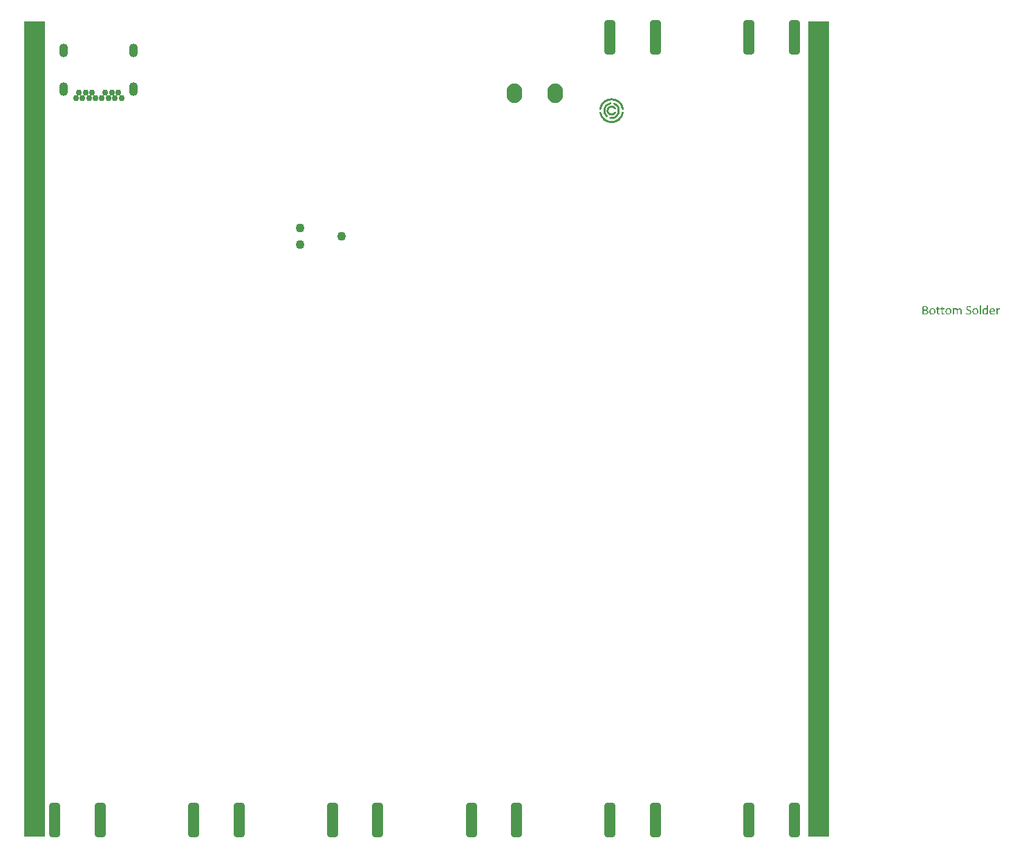
<source format=gbs>
G04*
G04 #@! TF.GenerationSoftware,Altium Limited,Altium Designer,21.2.2 (38)*
G04*
G04 Layer_Color=16711935*
%FSLAX44Y44*%
%MOMM*%
G71*
G04*
G04 #@! TF.SameCoordinates,2A35CB41-4F08-4B63-A201-FD04A52A5515*
G04*
G04*
G04 #@! TF.FilePolarity,Negative*
G04*
G01*
G75*
%ADD11C,0.2286*%
%ADD83R,2.5000X100.0000*%
%ADD97C,0.2540*%
%ADD125C,0.2794*%
G04:AMPARAMS|DCode=142|XSize=1.35mm|YSize=4.2mm|CornerRadius=0.3mm|HoleSize=0mm|Usage=FLASHONLY|Rotation=0.000|XOffset=0mm|YOffset=0mm|HoleType=Round|Shape=RoundedRectangle|*
%AMROUNDEDRECTD142*
21,1,1.3500,3.6000,0,0,0.0*
21,1,0.7500,4.2000,0,0,0.0*
1,1,0.6000,0.3750,-1.8000*
1,1,0.6000,-0.3750,-1.8000*
1,1,0.6000,-0.3750,1.8000*
1,1,0.6000,0.3750,1.8000*
%
%ADD142ROUNDEDRECTD142*%
%ADD180O,1.1000X1.7000*%
%ADD181C,0.7500*%
%ADD182O,1.9000X2.4000*%
%ADD183C,1.1000*%
G36*
X1156994Y650610D02*
X1157235Y650573D01*
X1157253D01*
X1157290Y650555D01*
X1157364D01*
X1157457Y650536D01*
X1157661Y650480D01*
X1157883Y650406D01*
X1157901D01*
X1157939Y650388D01*
X1157994Y650369D01*
X1158068Y650351D01*
X1158253Y650277D01*
X1158438Y650184D01*
X1158457D01*
X1158475Y650166D01*
X1158568Y650129D01*
X1158679Y650054D01*
X1158753Y649999D01*
X1158772Y649980D01*
X1158790Y649962D01*
X1158827Y649906D01*
X1158846Y649869D01*
X1158864Y649851D01*
X1158901Y649758D01*
Y649740D01*
X1158920Y649703D01*
Y649592D01*
Y649573D01*
X1158938Y649536D01*
Y649444D01*
Y649351D01*
Y649332D01*
Y649258D01*
Y649184D01*
X1158920Y649092D01*
Y649073D01*
X1158901Y649018D01*
X1158883Y648888D01*
Y648869D01*
X1158864Y648851D01*
X1158809Y648777D01*
X1158790D01*
X1158716Y648758D01*
X1158698D01*
X1158642Y648777D01*
X1158568Y648814D01*
X1158438Y648869D01*
X1158401Y648888D01*
X1158309Y648943D01*
X1158161Y649018D01*
X1157975Y649110D01*
X1157957D01*
X1157939Y649129D01*
X1157883Y649166D01*
X1157809Y649203D01*
X1157605Y649277D01*
X1157346Y649369D01*
X1157327D01*
X1157290Y649388D01*
X1157198Y649406D01*
X1157105Y649444D01*
X1156976Y649462D01*
X1156846Y649481D01*
X1156513Y649499D01*
X1156365D01*
X1156253Y649481D01*
X1156013Y649444D01*
X1155753Y649369D01*
X1155735D01*
X1155698Y649351D01*
X1155642Y649332D01*
X1155568Y649295D01*
X1155402Y649184D01*
X1155235Y649055D01*
X1155198Y649018D01*
X1155124Y648925D01*
X1155013Y648795D01*
X1154920Y648610D01*
Y648592D01*
X1154902Y648573D01*
X1154883Y648518D01*
Y648444D01*
X1154846Y648258D01*
X1154828Y648055D01*
Y648036D01*
Y647981D01*
X1154846Y647907D01*
Y647795D01*
X1154902Y647555D01*
X1155013Y647314D01*
X1155031Y647296D01*
X1155050Y647259D01*
X1155087Y647203D01*
X1155161Y647129D01*
X1155328Y646944D01*
X1155550Y646758D01*
X1155568Y646740D01*
X1155605Y646721D01*
X1155679Y646666D01*
X1155772Y646610D01*
X1155883Y646536D01*
X1156013Y646462D01*
X1156309Y646314D01*
X1156328D01*
X1156383Y646277D01*
X1156476Y646240D01*
X1156568Y646203D01*
X1156698Y646148D01*
X1156846Y646073D01*
X1157161Y645925D01*
X1157179D01*
X1157235Y645888D01*
X1157327Y645851D01*
X1157439Y645796D01*
X1157568Y645722D01*
X1157716Y645648D01*
X1158031Y645462D01*
X1158050Y645444D01*
X1158105Y645425D01*
X1158179Y645370D01*
X1158290Y645296D01*
X1158531Y645111D01*
X1158790Y644888D01*
X1158809Y644870D01*
X1158846Y644833D01*
X1158901Y644759D01*
X1158975Y644666D01*
X1159068Y644555D01*
X1159161Y644426D01*
X1159327Y644111D01*
X1159346Y644092D01*
X1159364Y644037D01*
X1159401Y643944D01*
X1159438Y643814D01*
X1159475Y643648D01*
X1159494Y643463D01*
X1159531Y643259D01*
Y643037D01*
Y643000D01*
Y642907D01*
X1159512Y642777D01*
X1159494Y642611D01*
X1159457Y642407D01*
X1159420Y642185D01*
X1159346Y641963D01*
X1159253Y641741D01*
X1159235Y641722D01*
X1159198Y641648D01*
X1159142Y641537D01*
X1159068Y641407D01*
X1158957Y641259D01*
X1158827Y641093D01*
X1158679Y640944D01*
X1158512Y640778D01*
X1158494Y640759D01*
X1158420Y640722D01*
X1158327Y640648D01*
X1158198Y640555D01*
X1158031Y640463D01*
X1157827Y640370D01*
X1157624Y640278D01*
X1157383Y640185D01*
X1157346D01*
X1157272Y640148D01*
X1157142Y640130D01*
X1156976Y640093D01*
X1156772Y640055D01*
X1156531Y640037D01*
X1156272Y640000D01*
X1155809D01*
X1155679Y640018D01*
X1155531D01*
X1155365Y640037D01*
X1155031Y640093D01*
X1155013D01*
X1154957Y640111D01*
X1154865Y640130D01*
X1154772Y640148D01*
X1154513Y640204D01*
X1154235Y640296D01*
X1154217D01*
X1154180Y640315D01*
X1154124Y640352D01*
X1154031Y640370D01*
X1153846Y640463D01*
X1153661Y640555D01*
X1153643D01*
X1153624Y640574D01*
X1153531Y640648D01*
X1153420Y640722D01*
X1153328Y640796D01*
X1153309Y640815D01*
X1153272Y640870D01*
X1153235Y640944D01*
X1153198Y641037D01*
Y641074D01*
X1153180Y641148D01*
X1153161Y641278D01*
Y641444D01*
Y641481D01*
Y641537D01*
Y641629D01*
Y641722D01*
Y641741D01*
X1153180Y641796D01*
X1153198Y641852D01*
X1153217Y641907D01*
Y641926D01*
X1153235Y641944D01*
X1153291Y642018D01*
X1153309D01*
X1153328Y642037D01*
X1153402Y642055D01*
X1153420D01*
X1153476Y642037D01*
X1153587Y642000D01*
X1153717Y641907D01*
X1153735D01*
X1153754Y641889D01*
X1153865Y641815D01*
X1154013Y641722D01*
X1154235Y641611D01*
X1154254D01*
X1154291Y641592D01*
X1154365Y641555D01*
X1154457Y641518D01*
X1154568Y641481D01*
X1154698Y641426D01*
X1155013Y641315D01*
X1155031D01*
X1155087Y641296D01*
X1155198Y641278D01*
X1155328Y641259D01*
X1155476Y641222D01*
X1155661Y641204D01*
X1155846Y641185D01*
X1156235D01*
X1156346Y641204D01*
X1156605Y641241D01*
X1156883Y641296D01*
X1156901D01*
X1156939Y641315D01*
X1157013Y641352D01*
X1157105Y641389D01*
X1157309Y641481D01*
X1157513Y641629D01*
X1157531Y641648D01*
X1157568Y641666D01*
X1157679Y641778D01*
X1157809Y641944D01*
X1157939Y642166D01*
Y642185D01*
X1157957Y642222D01*
X1157994Y642296D01*
X1158012Y642370D01*
X1158050Y642481D01*
X1158068Y642611D01*
X1158087Y642889D01*
Y642907D01*
Y642963D01*
X1158068Y643055D01*
Y643148D01*
X1157994Y643389D01*
X1157957Y643518D01*
X1157883Y643648D01*
Y643666D01*
X1157846Y643703D01*
X1157809Y643759D01*
X1157735Y643833D01*
X1157568Y644000D01*
X1157346Y644185D01*
X1157327Y644203D01*
X1157290Y644222D01*
X1157216Y644277D01*
X1157142Y644333D01*
X1157031Y644388D01*
X1156901Y644463D01*
X1156605Y644611D01*
X1156587Y644629D01*
X1156531Y644648D01*
X1156439Y644685D01*
X1156346Y644740D01*
X1156198Y644796D01*
X1156068Y644870D01*
X1155735Y645018D01*
X1155716Y645036D01*
X1155661Y645055D01*
X1155587Y645092D01*
X1155476Y645148D01*
X1155346Y645222D01*
X1155198Y645296D01*
X1154883Y645462D01*
X1154865Y645481D01*
X1154809Y645518D01*
X1154735Y645555D01*
X1154642Y645629D01*
X1154402Y645814D01*
X1154143Y646055D01*
X1154124Y646073D01*
X1154087Y646111D01*
X1154031Y646184D01*
X1153957Y646277D01*
X1153883Y646388D01*
X1153791Y646518D01*
X1153624Y646833D01*
Y646851D01*
X1153587Y646907D01*
X1153568Y647018D01*
X1153531Y647147D01*
X1153494Y647296D01*
X1153457Y647481D01*
X1153439Y647703D01*
X1153420Y647925D01*
Y647962D01*
Y648036D01*
X1153439Y648166D01*
X1153457Y648314D01*
X1153476Y648499D01*
X1153513Y648684D01*
X1153568Y648888D01*
X1153643Y649073D01*
X1153661Y649092D01*
X1153680Y649166D01*
X1153735Y649258D01*
X1153809Y649369D01*
X1153902Y649518D01*
X1154013Y649647D01*
X1154291Y649925D01*
X1154309Y649943D01*
X1154365Y649980D01*
X1154457Y650054D01*
X1154568Y650129D01*
X1154717Y650203D01*
X1154902Y650295D01*
X1155087Y650388D01*
X1155291Y650462D01*
X1155309D01*
X1155402Y650499D01*
X1155513Y650517D01*
X1155679Y650555D01*
X1155865Y650592D01*
X1156068Y650610D01*
X1156309Y650647D01*
X1156772D01*
X1156994Y650610D01*
D02*
G37*
G36*
X1179455Y651240D02*
X1179566Y651221D01*
X1179584D01*
X1179640Y651203D01*
X1179714Y651184D01*
X1179770Y651165D01*
X1179788D01*
X1179807Y651147D01*
X1179881Y651092D01*
X1179899Y651073D01*
X1179918Y650999D01*
Y640333D01*
Y640315D01*
Y640296D01*
X1179881Y640204D01*
X1179862Y640185D01*
X1179770Y640148D01*
X1179751D01*
X1179733Y640130D01*
X1179677D01*
X1179603Y640111D01*
X1179529D01*
X1179436Y640093D01*
X1179140D01*
X1179047Y640111D01*
X1179029D01*
X1178992Y640130D01*
X1178862Y640148D01*
X1178844D01*
X1178825Y640167D01*
X1178751Y640222D01*
Y640241D01*
Y640259D01*
X1178733Y640333D01*
Y641296D01*
X1178714Y641278D01*
X1178640Y641204D01*
X1178510Y641093D01*
X1178362Y640944D01*
X1178196Y640796D01*
X1177992Y640630D01*
X1177770Y640481D01*
X1177548Y640333D01*
X1177529Y640315D01*
X1177436Y640278D01*
X1177325Y640222D01*
X1177159Y640167D01*
X1176955Y640111D01*
X1176733Y640056D01*
X1176474Y640018D01*
X1176214Y640000D01*
X1176085D01*
X1175937Y640018D01*
X1175751Y640037D01*
X1175529Y640074D01*
X1175307Y640130D01*
X1175066Y640204D01*
X1174844Y640296D01*
X1174826Y640315D01*
X1174752Y640352D01*
X1174659Y640426D01*
X1174529Y640518D01*
X1174381Y640630D01*
X1174233Y640778D01*
X1174085Y640944D01*
X1173937Y641130D01*
X1173918Y641148D01*
X1173881Y641222D01*
X1173826Y641333D01*
X1173752Y641481D01*
X1173678Y641648D01*
X1173585Y641870D01*
X1173511Y642092D01*
X1173437Y642352D01*
Y642389D01*
X1173418Y642481D01*
X1173400Y642629D01*
X1173363Y642814D01*
X1173344Y643037D01*
X1173307Y643296D01*
X1173289Y643555D01*
Y643851D01*
Y643870D01*
Y643888D01*
Y644000D01*
X1173307Y644185D01*
Y644407D01*
X1173326Y644666D01*
X1173363Y644944D01*
X1173474Y645518D01*
X1173492Y645555D01*
X1173511Y645648D01*
X1173567Y645777D01*
X1173622Y645962D01*
X1173715Y646166D01*
X1173807Y646370D01*
X1173937Y646592D01*
X1174066Y646796D01*
X1174085Y646814D01*
X1174140Y646888D01*
X1174214Y646981D01*
X1174326Y647092D01*
X1174474Y647240D01*
X1174640Y647370D01*
X1174826Y647499D01*
X1175029Y647610D01*
X1175048Y647629D01*
X1175140Y647666D01*
X1175251Y647703D01*
X1175418Y647758D01*
X1175622Y647814D01*
X1175844Y647870D01*
X1176103Y647888D01*
X1176381Y647907D01*
X1176492D01*
X1176603Y647888D01*
X1176770Y647870D01*
X1176936Y647832D01*
X1177140Y647795D01*
X1177325Y647721D01*
X1177529Y647629D01*
X1177548Y647610D01*
X1177622Y647573D01*
X1177733Y647518D01*
X1177862Y647425D01*
X1178029Y647314D01*
X1178196Y647166D01*
X1178399Y646999D01*
X1178585Y646814D01*
Y650999D01*
Y651017D01*
Y651036D01*
X1178603Y651092D01*
Y651110D01*
X1178640Y651128D01*
X1178714Y651165D01*
X1178733D01*
X1178770Y651184D01*
X1178825Y651203D01*
X1178918Y651221D01*
X1178936D01*
X1179010Y651240D01*
X1179103Y651258D01*
X1179344D01*
X1179455Y651240D01*
D02*
G37*
G36*
X1193898Y647888D02*
X1193916D01*
X1193972Y647870D01*
X1194064Y647851D01*
X1194157Y647832D01*
X1194175D01*
X1194249Y647814D01*
X1194324Y647795D01*
X1194416Y647758D01*
X1194435D01*
X1194490Y647740D01*
X1194546Y647721D01*
X1194583Y647684D01*
X1194601D01*
X1194620Y647666D01*
X1194657Y647610D01*
X1194675Y647592D01*
Y647518D01*
Y647499D01*
X1194694Y647481D01*
Y647425D01*
Y647351D01*
Y647333D01*
X1194712Y647277D01*
Y647203D01*
Y647073D01*
Y647036D01*
Y646962D01*
Y646870D01*
X1194694Y646777D01*
Y646759D01*
Y646721D01*
X1194657Y646592D01*
Y646573D01*
X1194638Y646555D01*
X1194601Y646481D01*
X1194583Y646462D01*
X1194509Y646444D01*
X1194453D01*
X1194342Y646481D01*
X1194324D01*
X1194286Y646499D01*
X1194212Y646536D01*
X1194138Y646555D01*
X1194120D01*
X1194064Y646573D01*
X1193990Y646610D01*
X1193879Y646629D01*
X1193861D01*
X1193787Y646647D01*
X1193676Y646666D01*
X1193527D01*
X1193435Y646647D01*
X1193324Y646629D01*
X1193176Y646573D01*
X1193139Y646555D01*
X1193064Y646518D01*
X1192935Y646425D01*
X1192768Y646314D01*
X1192731Y646277D01*
X1192639Y646185D01*
X1192490Y646018D01*
X1192324Y645814D01*
X1192305Y645796D01*
X1192287Y645759D01*
X1192231Y645703D01*
X1192176Y645611D01*
X1192102Y645499D01*
X1192028Y645370D01*
X1191824Y645074D01*
Y640333D01*
Y640315D01*
Y640296D01*
X1191787Y640222D01*
X1191768Y640204D01*
X1191676Y640148D01*
X1191657D01*
X1191620Y640130D01*
X1191565D01*
X1191472Y640111D01*
X1191398D01*
X1191287Y640093D01*
X1190935D01*
X1190824Y640111D01*
X1190805D01*
X1190768Y640130D01*
X1190639Y640148D01*
X1190620D01*
X1190602Y640167D01*
X1190528Y640222D01*
Y640259D01*
X1190509Y640333D01*
Y647536D01*
Y647555D01*
Y647573D01*
X1190528Y647647D01*
X1190546Y647666D01*
X1190583Y647703D01*
X1190620Y647721D01*
X1190639D01*
X1190676Y647740D01*
X1190731Y647758D01*
X1190805Y647777D01*
X1190824D01*
X1190880Y647795D01*
X1191287D01*
X1191379Y647777D01*
X1191398D01*
X1191453Y647758D01*
X1191509Y647740D01*
X1191565Y647721D01*
X1191583D01*
X1191602Y647703D01*
X1191639Y647684D01*
X1191657Y647647D01*
X1191676Y647629D01*
X1191694Y647536D01*
Y646481D01*
X1191713Y646499D01*
X1191750Y646555D01*
X1191805Y646629D01*
X1191879Y646740D01*
X1192046Y646962D01*
X1192250Y647185D01*
X1192268Y647203D01*
X1192287Y647240D01*
X1192416Y647351D01*
X1192564Y647481D01*
X1192731Y647610D01*
X1192750D01*
X1192768Y647629D01*
X1192879Y647703D01*
X1193027Y647777D01*
X1193194Y647832D01*
X1193213D01*
X1193231Y647851D01*
X1193342Y647870D01*
X1193490Y647888D01*
X1193657Y647907D01*
X1193805D01*
X1193898Y647888D01*
D02*
G37*
G36*
X1145458Y647888D02*
X1145625Y647869D01*
X1145810Y647851D01*
X1146014Y647795D01*
X1146199Y647740D01*
X1146384Y647647D01*
X1146403Y647629D01*
X1146458Y647610D01*
X1146551Y647555D01*
X1146662Y647481D01*
X1146773Y647388D01*
X1146903Y647277D01*
X1147032Y647147D01*
X1147143Y646999D01*
X1147162Y646981D01*
X1147199Y646925D01*
X1147236Y646833D01*
X1147310Y646721D01*
X1147384Y646592D01*
X1147439Y646425D01*
X1147514Y646240D01*
X1147569Y646036D01*
Y646018D01*
X1147588Y645944D01*
X1147606Y645833D01*
X1147643Y645685D01*
X1147662Y645518D01*
X1147680Y645333D01*
X1147699Y644888D01*
Y640333D01*
Y640315D01*
Y640296D01*
X1147662Y640222D01*
X1147643Y640204D01*
X1147551Y640148D01*
X1147532D01*
X1147495Y640130D01*
X1147439D01*
X1147347Y640111D01*
X1147254D01*
X1147162Y640093D01*
X1146810D01*
X1146699Y640111D01*
X1146680D01*
X1146625Y640130D01*
X1146551D01*
X1146495Y640148D01*
X1146477D01*
X1146458Y640167D01*
X1146384Y640222D01*
Y640259D01*
X1146366Y640333D01*
Y644703D01*
Y644722D01*
Y644777D01*
Y644870D01*
X1146347Y644981D01*
X1146329Y645259D01*
X1146273Y645536D01*
Y645555D01*
X1146255Y645611D01*
X1146236Y645666D01*
X1146217Y645759D01*
X1146125Y645981D01*
X1146014Y646184D01*
Y646203D01*
X1145977Y646240D01*
X1145903Y646351D01*
X1145754Y646481D01*
X1145569Y646610D01*
X1145551D01*
X1145514Y646629D01*
X1145458Y646666D01*
X1145384Y646684D01*
X1145181Y646740D01*
X1144940Y646758D01*
X1144866D01*
X1144773Y646740D01*
X1144643Y646721D01*
X1144514Y646666D01*
X1144347Y646610D01*
X1144181Y646518D01*
X1144014Y646388D01*
X1143996Y646370D01*
X1143940Y646333D01*
X1143847Y646240D01*
X1143718Y646129D01*
X1143570Y645981D01*
X1143403Y645814D01*
X1143218Y645611D01*
X1143014Y645370D01*
Y640333D01*
Y640315D01*
Y640296D01*
X1142977Y640222D01*
X1142959Y640204D01*
X1142866Y640148D01*
X1142847D01*
X1142810Y640130D01*
X1142755D01*
X1142662Y640111D01*
X1142570D01*
X1142477Y640093D01*
X1142144D01*
X1142033Y640111D01*
X1142014D01*
X1141959Y640130D01*
X1141885D01*
X1141829Y640148D01*
X1141811D01*
X1141792Y640167D01*
X1141718Y640222D01*
Y640259D01*
X1141699Y640333D01*
Y644703D01*
Y644722D01*
Y644777D01*
Y644870D01*
X1141681Y644981D01*
X1141662Y645259D01*
X1141607Y645536D01*
Y645555D01*
X1141588Y645611D01*
X1141570Y645666D01*
X1141533Y645759D01*
X1141459Y645981D01*
X1141329Y646184D01*
Y646203D01*
X1141292Y646240D01*
X1141218Y646351D01*
X1141070Y646481D01*
X1140885Y646610D01*
X1140866D01*
X1140848Y646629D01*
X1140792Y646666D01*
X1140718Y646684D01*
X1140514Y646740D01*
X1140255Y646758D01*
X1140181D01*
X1140088Y646740D01*
X1139959Y646721D01*
X1139829Y646666D01*
X1139663Y646610D01*
X1139496Y646518D01*
X1139329Y646388D01*
X1139311Y646370D01*
X1139255Y646333D01*
X1139163Y646240D01*
X1139033Y646129D01*
X1138885Y645981D01*
X1138718Y645814D01*
X1138533Y645611D01*
X1138329Y645370D01*
Y640333D01*
Y640315D01*
Y640296D01*
X1138292Y640222D01*
X1138274Y640204D01*
X1138181Y640148D01*
X1138163D01*
X1138126Y640130D01*
X1138070D01*
X1137978Y640111D01*
X1137904D01*
X1137792Y640093D01*
X1137441D01*
X1137329Y640111D01*
X1137311D01*
X1137274Y640130D01*
X1137144Y640148D01*
X1137126D01*
X1137107Y640167D01*
X1137033Y640222D01*
Y640259D01*
X1137015Y640333D01*
Y647536D01*
Y647555D01*
Y647573D01*
X1137033Y647647D01*
X1137052Y647666D01*
X1137089Y647703D01*
X1137126Y647721D01*
X1137144D01*
X1137181Y647740D01*
X1137237Y647758D01*
X1137311Y647777D01*
X1137329D01*
X1137385Y647795D01*
X1137792D01*
X1137885Y647777D01*
X1137904D01*
X1137959Y647758D01*
X1138015Y647740D01*
X1138070Y647721D01*
X1138089D01*
X1138107Y647703D01*
X1138144Y647684D01*
X1138163Y647647D01*
X1138181Y647629D01*
X1138200Y647536D01*
Y646592D01*
X1138218Y646629D01*
X1138311Y646703D01*
X1138422Y646814D01*
X1138570Y646962D01*
X1138737Y647129D01*
X1138940Y647296D01*
X1139144Y647444D01*
X1139366Y647573D01*
X1139385Y647592D01*
X1139459Y647629D01*
X1139588Y647684D01*
X1139737Y647740D01*
X1139903Y647795D01*
X1140107Y647851D01*
X1140311Y647888D01*
X1140533Y647907D01*
X1140699D01*
X1140792Y647888D01*
X1141051Y647869D01*
X1141329Y647795D01*
X1141348D01*
X1141385Y647777D01*
X1141459Y647758D01*
X1141551Y647721D01*
X1141755Y647629D01*
X1141959Y647499D01*
X1141977D01*
X1142014Y647462D01*
X1142125Y647370D01*
X1142273Y647240D01*
X1142421Y647055D01*
X1142440Y647036D01*
X1142459Y647018D01*
X1142496Y646962D01*
X1142533Y646888D01*
X1142644Y646703D01*
X1142755Y646481D01*
X1142773Y646499D01*
X1142810Y646555D01*
X1142885Y646610D01*
X1142977Y646703D01*
X1143181Y646925D01*
X1143421Y647129D01*
X1143440Y647147D01*
X1143477Y647184D01*
X1143551Y647222D01*
X1143625Y647296D01*
X1143829Y647425D01*
X1144051Y647573D01*
X1144070D01*
X1144107Y647610D01*
X1144162Y647629D01*
X1144236Y647666D01*
X1144440Y647740D01*
X1144643Y647814D01*
X1144662D01*
X1144699Y647832D01*
X1144755Y647851D01*
X1144829Y647869D01*
X1144995Y647888D01*
X1145218Y647907D01*
X1145329D01*
X1145458Y647888D01*
D02*
G37*
G36*
X1103407Y650480D02*
X1103648Y650462D01*
X1103907Y650425D01*
X1104148Y650369D01*
X1104388Y650314D01*
X1104407D01*
X1104481Y650277D01*
X1104592Y650240D01*
X1104740Y650184D01*
X1105055Y650017D01*
X1105222Y649906D01*
X1105370Y649795D01*
X1105388Y649777D01*
X1105444Y649740D01*
X1105518Y649666D01*
X1105592Y649573D01*
X1105703Y649444D01*
X1105796Y649295D01*
X1105888Y649147D01*
X1105981Y648962D01*
X1105999Y648943D01*
X1106018Y648869D01*
X1106055Y648777D01*
X1106092Y648647D01*
X1106129Y648481D01*
X1106148Y648295D01*
X1106185Y648092D01*
Y647869D01*
Y647851D01*
Y647814D01*
Y647740D01*
X1106166Y647647D01*
X1106148Y647425D01*
X1106092Y647166D01*
Y647147D01*
X1106074Y647110D01*
X1106055Y647036D01*
X1106018Y646962D01*
X1105944Y646758D01*
X1105814Y646536D01*
Y646518D01*
X1105777Y646499D01*
X1105703Y646370D01*
X1105574Y646203D01*
X1105388Y646036D01*
X1105370D01*
X1105351Y645999D01*
X1105296Y645962D01*
X1105222Y645907D01*
X1105036Y645796D01*
X1104796Y645666D01*
X1104814D01*
X1104870Y645648D01*
X1104944Y645629D01*
X1105055Y645611D01*
X1105314Y645518D01*
X1105592Y645370D01*
X1105611D01*
X1105648Y645333D01*
X1105722Y645296D01*
X1105814Y645222D01*
X1106018Y645055D01*
X1106222Y644833D01*
X1106240Y644814D01*
X1106277Y644777D01*
X1106314Y644703D01*
X1106388Y644611D01*
X1106444Y644500D01*
X1106518Y644370D01*
X1106666Y644055D01*
Y644037D01*
X1106684Y643981D01*
X1106721Y643888D01*
X1106759Y643777D01*
X1106777Y643629D01*
X1106814Y643481D01*
X1106833Y643111D01*
Y643092D01*
Y643018D01*
Y642926D01*
X1106814Y642814D01*
X1106796Y642666D01*
X1106777Y642518D01*
X1106703Y642204D01*
Y642185D01*
X1106684Y642129D01*
X1106647Y642055D01*
X1106610Y641963D01*
X1106499Y641722D01*
X1106351Y641463D01*
X1106333Y641444D01*
X1106314Y641407D01*
X1106259Y641352D01*
X1106203Y641259D01*
X1106036Y641074D01*
X1105814Y640889D01*
X1105796Y640870D01*
X1105759Y640852D01*
X1105685Y640796D01*
X1105611Y640741D01*
X1105499Y640685D01*
X1105370Y640611D01*
X1105092Y640481D01*
X1105074D01*
X1105018Y640463D01*
X1104944Y640426D01*
X1104833Y640389D01*
X1104722Y640352D01*
X1104574Y640296D01*
X1104240Y640222D01*
X1104222D01*
X1104166Y640204D01*
X1104074D01*
X1103944Y640185D01*
X1103796Y640167D01*
X1103611D01*
X1103426Y640148D01*
X1100463D01*
X1100389Y640167D01*
X1100278Y640204D01*
X1100148Y640259D01*
X1100130Y640278D01*
X1100074Y640370D01*
X1100018Y640500D01*
X1100000Y640704D01*
Y649925D01*
Y649943D01*
Y649980D01*
X1100018Y650091D01*
X1100056Y650240D01*
X1100148Y650369D01*
X1100185Y650388D01*
X1100259Y650443D01*
X1100370Y650480D01*
X1100500Y650499D01*
X1103203D01*
X1103407Y650480D01*
D02*
G37*
G36*
X1170956Y651277D02*
X1170974D01*
X1171030Y651258D01*
X1171104Y651240D01*
X1171159Y651221D01*
X1171178D01*
X1171196Y651202D01*
X1171270Y651128D01*
X1171289Y651110D01*
X1171307Y651036D01*
Y640333D01*
Y640315D01*
Y640296D01*
X1171270Y640222D01*
X1171252Y640204D01*
X1171159Y640148D01*
X1171141D01*
X1171104Y640130D01*
X1171048D01*
X1170956Y640111D01*
X1170882D01*
X1170770Y640093D01*
X1170419D01*
X1170307Y640111D01*
X1170289D01*
X1170252Y640130D01*
X1170122Y640148D01*
X1170104D01*
X1170085Y640167D01*
X1170011Y640222D01*
Y640259D01*
X1169993Y640333D01*
Y651036D01*
Y651054D01*
Y651073D01*
X1170011Y651128D01*
Y651147D01*
X1170048Y651165D01*
X1170122Y651221D01*
X1170141D01*
X1170178Y651240D01*
X1170234Y651258D01*
X1170307Y651277D01*
X1170326D01*
X1170400Y651295D01*
X1170863D01*
X1170956Y651277D01*
D02*
G37*
G36*
X1124164Y649703D02*
X1124183D01*
X1124238Y649684D01*
X1124312Y649666D01*
X1124368Y649647D01*
X1124386D01*
X1124405Y649629D01*
X1124479Y649555D01*
X1124498Y649536D01*
X1124516Y649462D01*
Y647758D01*
X1126386D01*
X1126460Y647721D01*
X1126479D01*
X1126497Y647703D01*
X1126553Y647610D01*
Y647592D01*
X1126571Y647573D01*
X1126590Y647518D01*
X1126608Y647444D01*
Y647425D01*
X1126627Y647388D01*
Y647296D01*
Y647203D01*
Y647184D01*
Y647147D01*
Y647036D01*
X1126590Y646907D01*
X1126553Y646777D01*
X1126534Y646758D01*
X1126497Y646721D01*
X1126442Y646684D01*
X1126349Y646666D01*
X1124516D01*
Y642648D01*
Y642611D01*
Y642518D01*
X1124535Y642389D01*
Y642222D01*
X1124609Y641852D01*
X1124646Y641685D01*
X1124720Y641518D01*
X1124738Y641500D01*
X1124757Y641463D01*
X1124812Y641407D01*
X1124905Y641333D01*
X1125016Y641259D01*
X1125146Y641204D01*
X1125312Y641167D01*
X1125516Y641148D01*
X1125720D01*
X1125831Y641167D01*
X1125849D01*
X1125923Y641185D01*
X1125997Y641222D01*
X1126090Y641241D01*
X1126108Y641259D01*
X1126164Y641278D01*
X1126275Y641333D01*
X1126294D01*
X1126331Y641352D01*
X1126442Y641370D01*
X1126460D01*
X1126516Y641333D01*
X1126534Y641315D01*
X1126571Y641259D01*
Y641241D01*
X1126590Y641222D01*
X1126608Y641111D01*
Y641093D01*
X1126627Y641055D01*
Y640963D01*
Y640870D01*
Y640833D01*
Y640741D01*
X1126608Y640630D01*
X1126590Y640500D01*
Y640481D01*
X1126571Y640426D01*
X1126534Y640352D01*
X1126479Y640296D01*
X1126460D01*
X1126442Y640259D01*
X1126386Y640222D01*
X1126294Y640185D01*
X1126275D01*
X1126201Y640167D01*
X1126108Y640148D01*
X1125997Y640111D01*
X1125979D01*
X1125905Y640093D01*
X1125794Y640074D01*
X1125664Y640055D01*
X1125627D01*
X1125553Y640037D01*
X1125423Y640018D01*
X1125090D01*
X1124960Y640037D01*
X1124812Y640055D01*
X1124646Y640074D01*
X1124331Y640148D01*
X1124312D01*
X1124275Y640185D01*
X1124201Y640204D01*
X1124109Y640259D01*
X1123886Y640407D01*
X1123683Y640592D01*
X1123664Y640611D01*
X1123646Y640648D01*
X1123590Y640722D01*
X1123535Y640815D01*
X1123479Y640926D01*
X1123423Y641055D01*
X1123312Y641370D01*
Y641389D01*
X1123294Y641444D01*
X1123275Y641555D01*
X1123257Y641685D01*
X1123238Y641833D01*
X1123220Y642018D01*
X1123201Y642222D01*
Y642444D01*
Y646666D01*
X1122164D01*
X1122109Y646684D01*
X1122035Y646721D01*
X1121979Y646777D01*
Y646796D01*
X1121961Y646888D01*
X1121942Y647018D01*
X1121924Y647203D01*
Y647222D01*
Y647296D01*
Y647370D01*
X1121942Y647444D01*
Y647462D01*
X1121961Y647499D01*
Y647555D01*
X1121979Y647610D01*
Y647629D01*
X1121998Y647647D01*
X1122072Y647721D01*
X1122090D01*
X1122109Y647740D01*
X1122183Y647758D01*
X1123201D01*
Y649462D01*
Y649481D01*
Y649499D01*
X1123220Y649555D01*
Y649573D01*
X1123257Y649592D01*
X1123331Y649647D01*
X1123349D01*
X1123387Y649666D01*
X1123442Y649684D01*
X1123516Y649703D01*
X1123535D01*
X1123609Y649721D01*
X1124072D01*
X1124164Y649703D01*
D02*
G37*
G36*
X1118683D02*
X1118702D01*
X1118757Y649684D01*
X1118831Y649666D01*
X1118887Y649647D01*
X1118905D01*
X1118924Y649629D01*
X1118998Y649555D01*
X1119017Y649536D01*
X1119035Y649462D01*
Y647758D01*
X1120905D01*
X1120979Y647721D01*
X1120998D01*
X1121016Y647703D01*
X1121072Y647610D01*
Y647592D01*
X1121090Y647573D01*
X1121109Y647518D01*
X1121127Y647444D01*
Y647425D01*
X1121146Y647388D01*
Y647296D01*
Y647203D01*
Y647184D01*
Y647147D01*
Y647036D01*
X1121109Y646907D01*
X1121072Y646777D01*
X1121053Y646758D01*
X1121016Y646721D01*
X1120961Y646684D01*
X1120868Y646666D01*
X1119035D01*
Y642648D01*
Y642611D01*
Y642518D01*
X1119054Y642389D01*
Y642222D01*
X1119128Y641852D01*
X1119165Y641685D01*
X1119239Y641518D01*
X1119257Y641500D01*
X1119276Y641463D01*
X1119331Y641407D01*
X1119424Y641333D01*
X1119535Y641259D01*
X1119665Y641204D01*
X1119831Y641167D01*
X1120035Y641148D01*
X1120239D01*
X1120350Y641167D01*
X1120368D01*
X1120442Y641185D01*
X1120516Y641222D01*
X1120609Y641241D01*
X1120628Y641259D01*
X1120683Y641278D01*
X1120794Y641333D01*
X1120813D01*
X1120850Y641352D01*
X1120961Y641370D01*
X1120979D01*
X1121035Y641333D01*
X1121053Y641315D01*
X1121090Y641259D01*
Y641241D01*
X1121109Y641222D01*
X1121127Y641111D01*
Y641093D01*
X1121146Y641055D01*
Y640963D01*
Y640870D01*
Y640833D01*
Y640741D01*
X1121127Y640630D01*
X1121109Y640500D01*
Y640481D01*
X1121090Y640426D01*
X1121053Y640352D01*
X1120998Y640296D01*
X1120979D01*
X1120961Y640259D01*
X1120905Y640222D01*
X1120813Y640185D01*
X1120794D01*
X1120720Y640167D01*
X1120628Y640148D01*
X1120516Y640111D01*
X1120498D01*
X1120424Y640093D01*
X1120313Y640074D01*
X1120183Y640055D01*
X1120146D01*
X1120072Y640037D01*
X1119942Y640018D01*
X1119609D01*
X1119480Y640037D01*
X1119331Y640055D01*
X1119165Y640074D01*
X1118850Y640148D01*
X1118831D01*
X1118794Y640185D01*
X1118720Y640204D01*
X1118628Y640259D01*
X1118406Y640407D01*
X1118202Y640592D01*
X1118183Y640611D01*
X1118165Y640648D01*
X1118109Y640722D01*
X1118054Y640815D01*
X1117998Y640926D01*
X1117943Y641055D01*
X1117831Y641370D01*
Y641389D01*
X1117813Y641444D01*
X1117794Y641555D01*
X1117776Y641685D01*
X1117757Y641833D01*
X1117739Y642018D01*
X1117720Y642222D01*
Y642444D01*
Y646666D01*
X1116684D01*
X1116628Y646684D01*
X1116554Y646721D01*
X1116498Y646777D01*
Y646796D01*
X1116480Y646888D01*
X1116461Y647018D01*
X1116443Y647203D01*
Y647222D01*
Y647296D01*
Y647370D01*
X1116461Y647444D01*
Y647462D01*
X1116480Y647499D01*
Y647555D01*
X1116498Y647610D01*
Y647629D01*
X1116517Y647647D01*
X1116591Y647721D01*
X1116609D01*
X1116628Y647740D01*
X1116702Y647758D01*
X1117720D01*
Y649462D01*
Y649481D01*
Y649499D01*
X1117739Y649555D01*
Y649573D01*
X1117776Y649592D01*
X1117850Y649647D01*
X1117868D01*
X1117906Y649666D01*
X1117961Y649684D01*
X1118035Y649703D01*
X1118054D01*
X1118128Y649721D01*
X1118591D01*
X1118683Y649703D01*
D02*
G37*
G36*
X1185621Y647888D02*
X1185825Y647870D01*
X1186047Y647832D01*
X1186287Y647795D01*
X1186528Y647721D01*
X1186769Y647629D01*
X1186787Y647610D01*
X1186880Y647573D01*
X1186991Y647518D01*
X1187121Y647425D01*
X1187269Y647333D01*
X1187435Y647203D01*
X1187602Y647055D01*
X1187750Y646888D01*
X1187769Y646870D01*
X1187806Y646814D01*
X1187880Y646703D01*
X1187972Y646573D01*
X1188065Y646425D01*
X1188158Y646240D01*
X1188250Y646036D01*
X1188324Y645814D01*
Y645796D01*
X1188361Y645703D01*
X1188380Y645592D01*
X1188417Y645425D01*
X1188454Y645222D01*
X1188472Y644999D01*
X1188509Y644759D01*
Y644500D01*
Y644259D01*
Y644240D01*
Y644203D01*
X1188491Y644092D01*
X1188435Y643944D01*
X1188343Y643814D01*
X1188324Y643796D01*
X1188250Y643759D01*
X1188139Y643703D01*
X1187991Y643685D01*
X1183251D01*
Y643666D01*
Y643574D01*
Y643463D01*
X1183269Y643315D01*
Y643148D01*
X1183306Y642963D01*
X1183362Y642592D01*
Y642574D01*
X1183380Y642518D01*
X1183417Y642426D01*
X1183454Y642315D01*
X1183584Y642037D01*
X1183769Y641759D01*
X1183788Y641741D01*
X1183825Y641703D01*
X1183880Y641648D01*
X1183973Y641574D01*
X1184065Y641481D01*
X1184195Y641407D01*
X1184491Y641241D01*
X1184510D01*
X1184565Y641222D01*
X1184676Y641185D01*
X1184806Y641167D01*
X1184973Y641130D01*
X1185158Y641093D01*
X1185361Y641074D01*
X1185787D01*
X1185917Y641093D01*
X1186213Y641111D01*
X1186510Y641148D01*
X1186528D01*
X1186584Y641167D01*
X1186658Y641185D01*
X1186750Y641204D01*
X1186973Y641259D01*
X1187213Y641333D01*
X1187232D01*
X1187269Y641352D01*
X1187380Y641407D01*
X1187546Y641463D01*
X1187695Y641518D01*
X1187713D01*
X1187732Y641537D01*
X1187806Y641574D01*
X1187898Y641592D01*
X1187991Y641611D01*
X1188028D01*
X1188083Y641574D01*
X1188102D01*
X1188120Y641555D01*
X1188158Y641481D01*
Y641463D01*
X1188176Y641444D01*
X1188195Y641333D01*
Y641315D01*
X1188213Y641278D01*
Y641185D01*
Y641093D01*
Y641074D01*
Y641037D01*
X1188195Y640907D01*
Y640889D01*
Y640870D01*
X1188176Y640759D01*
X1188158Y640722D01*
X1188120Y640648D01*
X1188102Y640630D01*
X1188065Y640574D01*
X1188028Y640537D01*
X1187935Y640500D01*
X1187806Y640426D01*
X1187787D01*
X1187769Y640407D01*
X1187713Y640389D01*
X1187658Y640370D01*
X1187472Y640315D01*
X1187232Y640241D01*
X1187213D01*
X1187176Y640222D01*
X1187102Y640204D01*
X1187010Y640185D01*
X1186898Y640167D01*
X1186750Y640130D01*
X1186435Y640074D01*
X1186417D01*
X1186361Y640056D01*
X1186269D01*
X1186158Y640037D01*
X1186010Y640018D01*
X1185843D01*
X1185473Y640000D01*
X1185324D01*
X1185158Y640018D01*
X1184954Y640037D01*
X1184695Y640056D01*
X1184436Y640111D01*
X1184176Y640167D01*
X1183917Y640241D01*
X1183880Y640259D01*
X1183806Y640278D01*
X1183677Y640352D01*
X1183528Y640426D01*
X1183343Y640518D01*
X1183158Y640648D01*
X1182973Y640796D01*
X1182788Y640963D01*
X1182769Y640981D01*
X1182714Y641056D01*
X1182640Y641167D01*
X1182529Y641296D01*
X1182417Y641481D01*
X1182306Y641685D01*
X1182195Y641926D01*
X1182103Y642185D01*
Y642222D01*
X1182066Y642315D01*
X1182029Y642463D01*
X1181992Y642685D01*
X1181954Y642926D01*
X1181917Y643222D01*
X1181899Y643555D01*
X1181880Y643907D01*
Y643925D01*
Y643944D01*
Y644055D01*
X1181899Y644240D01*
X1181917Y644463D01*
X1181936Y644722D01*
X1181973Y644999D01*
X1182029Y645296D01*
X1182103Y645574D01*
X1182121Y645611D01*
X1182140Y645703D01*
X1182195Y645833D01*
X1182288Y646018D01*
X1182380Y646203D01*
X1182492Y646425D01*
X1182640Y646629D01*
X1182788Y646833D01*
X1182806Y646851D01*
X1182862Y646925D01*
X1182973Y647018D01*
X1183102Y647129D01*
X1183251Y647259D01*
X1183436Y647388D01*
X1183658Y647518D01*
X1183880Y647629D01*
X1183917Y647647D01*
X1183991Y647666D01*
X1184121Y647721D01*
X1184306Y647777D01*
X1184510Y647814D01*
X1184769Y647870D01*
X1185028Y647888D01*
X1185324Y647907D01*
X1185473D01*
X1185621Y647888D01*
D02*
G37*
G36*
X1164827Y647888D02*
X1165030Y647869D01*
X1165271Y647832D01*
X1165530Y647795D01*
X1165789Y647721D01*
X1166049Y647629D01*
X1166086Y647610D01*
X1166160Y647573D01*
X1166289Y647518D01*
X1166438Y647444D01*
X1166623Y647333D01*
X1166808Y647203D01*
X1166993Y647055D01*
X1167160Y646870D01*
X1167178Y646851D01*
X1167234Y646777D01*
X1167308Y646666D01*
X1167419Y646536D01*
X1167512Y646351D01*
X1167623Y646148D01*
X1167734Y645907D01*
X1167826Y645648D01*
X1167845Y645611D01*
X1167863Y645518D01*
X1167900Y645370D01*
X1167937Y645166D01*
X1167974Y644925D01*
X1168011Y644648D01*
X1168048Y644351D01*
Y644018D01*
Y644000D01*
Y643981D01*
Y643870D01*
X1168030Y643703D01*
X1168011Y643500D01*
X1167993Y643240D01*
X1167956Y642981D01*
X1167882Y642685D01*
X1167808Y642407D01*
X1167789Y642370D01*
X1167771Y642278D01*
X1167715Y642148D01*
X1167623Y641963D01*
X1167530Y641778D01*
X1167419Y641555D01*
X1167271Y641333D01*
X1167104Y641130D01*
X1167086Y641111D01*
X1167030Y641037D01*
X1166919Y640944D01*
X1166789Y640833D01*
X1166623Y640685D01*
X1166438Y640555D01*
X1166215Y640426D01*
X1165956Y640296D01*
X1165919Y640278D01*
X1165826Y640259D01*
X1165697Y640204D01*
X1165493Y640148D01*
X1165271Y640093D01*
X1164993Y640055D01*
X1164697Y640018D01*
X1164364Y640000D01*
X1164216D01*
X1164049Y640018D01*
X1163845Y640037D01*
X1163586Y640055D01*
X1163327Y640111D01*
X1163067Y640167D01*
X1162808Y640259D01*
X1162771Y640278D01*
X1162697Y640315D01*
X1162568Y640370D01*
X1162420Y640444D01*
X1162253Y640555D01*
X1162068Y640685D01*
X1161882Y640852D01*
X1161697Y641018D01*
X1161679Y641037D01*
X1161623Y641111D01*
X1161549Y641222D01*
X1161457Y641352D01*
X1161346Y641537D01*
X1161253Y641741D01*
X1161142Y641981D01*
X1161049Y642241D01*
Y642278D01*
X1161012Y642370D01*
X1160994Y642518D01*
X1160957Y642722D01*
X1160920Y642963D01*
X1160883Y643240D01*
X1160864Y643537D01*
X1160846Y643870D01*
Y643888D01*
Y643907D01*
Y644018D01*
X1160864Y644185D01*
X1160883Y644407D01*
X1160901Y644666D01*
X1160938Y644925D01*
X1160994Y645222D01*
X1161068Y645499D01*
X1161086Y645536D01*
X1161105Y645629D01*
X1161160Y645759D01*
X1161234Y645944D01*
X1161327Y646129D01*
X1161457Y646351D01*
X1161586Y646573D01*
X1161753Y646777D01*
X1161771Y646796D01*
X1161845Y646870D01*
X1161938Y646962D01*
X1162068Y647092D01*
X1162234Y647222D01*
X1162438Y647351D01*
X1162660Y647499D01*
X1162901Y647610D01*
X1162938Y647629D01*
X1163030Y647666D01*
X1163160Y647703D01*
X1163364Y647758D01*
X1163605Y647814D01*
X1163864Y647869D01*
X1164178Y647888D01*
X1164512Y647907D01*
X1164660D01*
X1164827Y647888D01*
D02*
G37*
G36*
X1131849D02*
X1132052Y647869D01*
X1132293Y647832D01*
X1132552Y647795D01*
X1132811Y647721D01*
X1133071Y647629D01*
X1133108Y647610D01*
X1133182Y647573D01*
X1133311Y647518D01*
X1133459Y647444D01*
X1133645Y647333D01*
X1133830Y647203D01*
X1134015Y647055D01*
X1134182Y646870D01*
X1134200Y646851D01*
X1134256Y646777D01*
X1134330Y646666D01*
X1134441Y646536D01*
X1134533Y646351D01*
X1134645Y646148D01*
X1134756Y645907D01*
X1134848Y645648D01*
X1134867Y645611D01*
X1134885Y645518D01*
X1134922Y645370D01*
X1134959Y645166D01*
X1134996Y644925D01*
X1135033Y644648D01*
X1135070Y644351D01*
Y644018D01*
Y644000D01*
Y643981D01*
Y643870D01*
X1135052Y643703D01*
X1135033Y643500D01*
X1135015Y643240D01*
X1134978Y642981D01*
X1134904Y642685D01*
X1134830Y642407D01*
X1134811Y642370D01*
X1134793Y642278D01*
X1134737Y642148D01*
X1134645Y641963D01*
X1134552Y641778D01*
X1134441Y641555D01*
X1134293Y641333D01*
X1134126Y641130D01*
X1134108Y641111D01*
X1134052Y641037D01*
X1133941Y640944D01*
X1133811Y640833D01*
X1133645Y640685D01*
X1133459Y640555D01*
X1133237Y640426D01*
X1132978Y640296D01*
X1132941Y640278D01*
X1132849Y640259D01*
X1132719Y640204D01*
X1132515Y640148D01*
X1132293Y640093D01*
X1132015Y640055D01*
X1131719Y640018D01*
X1131386Y640000D01*
X1131237D01*
X1131071Y640018D01*
X1130867Y640037D01*
X1130608Y640055D01*
X1130349Y640111D01*
X1130089Y640167D01*
X1129830Y640259D01*
X1129793Y640278D01*
X1129719Y640315D01*
X1129589Y640370D01*
X1129441Y640444D01*
X1129275Y640555D01*
X1129090Y640685D01*
X1128904Y640852D01*
X1128719Y641018D01*
X1128701Y641037D01*
X1128645Y641111D01*
X1128571Y641222D01*
X1128478Y641352D01*
X1128367Y641537D01*
X1128275Y641741D01*
X1128164Y641981D01*
X1128071Y642241D01*
Y642278D01*
X1128034Y642370D01*
X1128016Y642518D01*
X1127979Y642722D01*
X1127942Y642963D01*
X1127905Y643240D01*
X1127886Y643537D01*
X1127868Y643870D01*
Y643888D01*
Y643907D01*
Y644018D01*
X1127886Y644185D01*
X1127905Y644407D01*
X1127923Y644666D01*
X1127960Y644925D01*
X1128016Y645222D01*
X1128090Y645499D01*
X1128108Y645536D01*
X1128127Y645629D01*
X1128182Y645759D01*
X1128256Y645944D01*
X1128349Y646129D01*
X1128478Y646351D01*
X1128608Y646573D01*
X1128775Y646777D01*
X1128793Y646796D01*
X1128867Y646870D01*
X1128960Y646962D01*
X1129090Y647092D01*
X1129256Y647222D01*
X1129460Y647351D01*
X1129682Y647499D01*
X1129923Y647610D01*
X1129960Y647629D01*
X1130052Y647666D01*
X1130182Y647703D01*
X1130386Y647758D01*
X1130627Y647814D01*
X1130886Y647869D01*
X1131200Y647888D01*
X1131534Y647907D01*
X1131682D01*
X1131849Y647888D01*
D02*
G37*
G36*
X1112240D02*
X1112443Y647869D01*
X1112684Y647832D01*
X1112943Y647795D01*
X1113202Y647721D01*
X1113462Y647629D01*
X1113499Y647610D01*
X1113573Y647573D01*
X1113702Y647518D01*
X1113850Y647444D01*
X1114036Y647333D01*
X1114221Y647203D01*
X1114406Y647055D01*
X1114573Y646870D01*
X1114591Y646851D01*
X1114647Y646777D01*
X1114721Y646666D01*
X1114832Y646536D01*
X1114924Y646351D01*
X1115035Y646148D01*
X1115147Y645907D01*
X1115239Y645648D01*
X1115258Y645611D01*
X1115276Y645518D01*
X1115313Y645370D01*
X1115350Y645166D01*
X1115387Y644925D01*
X1115424Y644648D01*
X1115461Y644351D01*
Y644018D01*
Y644000D01*
Y643981D01*
Y643870D01*
X1115443Y643703D01*
X1115424Y643500D01*
X1115406Y643240D01*
X1115369Y642981D01*
X1115295Y642685D01*
X1115221Y642407D01*
X1115202Y642370D01*
X1115184Y642278D01*
X1115128Y642148D01*
X1115035Y641963D01*
X1114943Y641778D01*
X1114832Y641555D01*
X1114684Y641333D01*
X1114517Y641130D01*
X1114499Y641111D01*
X1114443Y641037D01*
X1114332Y640944D01*
X1114202Y640833D01*
X1114036Y640685D01*
X1113850Y640555D01*
X1113628Y640426D01*
X1113369Y640296D01*
X1113332Y640278D01*
X1113239Y640259D01*
X1113110Y640204D01*
X1112906Y640148D01*
X1112684Y640093D01*
X1112406Y640055D01*
X1112110Y640018D01*
X1111777Y640000D01*
X1111628D01*
X1111462Y640018D01*
X1111258Y640037D01*
X1110999Y640055D01*
X1110740Y640111D01*
X1110480Y640167D01*
X1110221Y640259D01*
X1110184Y640278D01*
X1110110Y640315D01*
X1109980Y640370D01*
X1109832Y640444D01*
X1109666Y640555D01*
X1109481Y640685D01*
X1109295Y640852D01*
X1109110Y641018D01*
X1109092Y641037D01*
X1109036Y641111D01*
X1108962Y641222D01*
X1108869Y641352D01*
X1108758Y641537D01*
X1108666Y641741D01*
X1108555Y641981D01*
X1108462Y642241D01*
Y642278D01*
X1108425Y642370D01*
X1108407Y642518D01*
X1108370Y642722D01*
X1108333Y642963D01*
X1108295Y643240D01*
X1108277Y643537D01*
X1108258Y643870D01*
Y643888D01*
Y643907D01*
Y644018D01*
X1108277Y644185D01*
X1108295Y644407D01*
X1108314Y644666D01*
X1108351Y644925D01*
X1108407Y645222D01*
X1108481Y645499D01*
X1108499Y645536D01*
X1108518Y645629D01*
X1108573Y645759D01*
X1108647Y645944D01*
X1108740Y646129D01*
X1108869Y646351D01*
X1108999Y646573D01*
X1109166Y646777D01*
X1109184Y646796D01*
X1109258Y646870D01*
X1109351Y646962D01*
X1109481Y647092D01*
X1109647Y647222D01*
X1109851Y647351D01*
X1110073Y647499D01*
X1110314Y647610D01*
X1110351Y647629D01*
X1110443Y647666D01*
X1110573Y647703D01*
X1110777Y647758D01*
X1111017Y647814D01*
X1111277Y647869D01*
X1111591Y647888D01*
X1111925Y647907D01*
X1112073D01*
X1112240Y647888D01*
D02*
G37*
%LPC*%
G36*
X1176492Y646777D02*
X1176418D01*
X1176307Y646759D01*
X1176196Y646740D01*
X1175918Y646684D01*
X1175770Y646610D01*
X1175640Y646536D01*
X1175622Y646518D01*
X1175585Y646499D01*
X1175511Y646444D01*
X1175437Y646370D01*
X1175344Y646277D01*
X1175251Y646166D01*
X1175066Y645888D01*
Y645870D01*
X1175029Y645814D01*
X1174992Y645740D01*
X1174937Y645629D01*
X1174900Y645499D01*
X1174844Y645351D01*
X1174752Y644999D01*
Y644981D01*
X1174733Y644925D01*
X1174715Y644814D01*
Y644703D01*
X1174696Y644537D01*
X1174678Y644370D01*
X1174659Y644000D01*
Y643981D01*
Y643907D01*
Y643796D01*
X1174678Y643666D01*
Y643500D01*
X1174696Y643315D01*
X1174733Y642926D01*
Y642907D01*
X1174752Y642833D01*
X1174770Y642740D01*
X1174807Y642611D01*
X1174844Y642481D01*
X1174900Y642315D01*
X1175029Y642000D01*
X1175048Y641981D01*
X1175066Y641944D01*
X1175103Y641870D01*
X1175177Y641778D01*
X1175344Y641574D01*
X1175566Y641370D01*
X1175585Y641352D01*
X1175622Y641333D01*
X1175714Y641296D01*
X1175807Y641259D01*
X1175937Y641204D01*
X1176085Y641167D01*
X1176251Y641148D01*
X1176436Y641130D01*
X1176603D01*
X1176751Y641148D01*
X1176936Y641185D01*
X1176955D01*
X1176973Y641204D01*
X1177103Y641241D01*
X1177251Y641315D01*
X1177436Y641426D01*
X1177455D01*
X1177474Y641463D01*
X1177529Y641500D01*
X1177603Y641537D01*
X1177770Y641685D01*
X1177973Y641852D01*
X1177992Y641870D01*
X1178029Y641907D01*
X1178084Y641963D01*
X1178159Y642037D01*
X1178362Y642259D01*
X1178585Y642518D01*
Y645407D01*
X1178566Y645444D01*
X1178492Y645518D01*
X1178381Y645629D01*
X1178251Y645777D01*
X1178103Y645944D01*
X1177918Y646111D01*
X1177733Y646277D01*
X1177548Y646425D01*
X1177529Y646444D01*
X1177455Y646481D01*
X1177362Y646536D01*
X1177233Y646610D01*
X1177066Y646666D01*
X1176899Y646721D01*
X1176696Y646759D01*
X1176492Y646777D01*
D02*
G37*
G36*
X1103000Y649369D02*
X1101370D01*
Y646018D01*
X1103129D01*
X1103259Y646036D01*
X1103537Y646073D01*
X1103666Y646111D01*
X1103796Y646148D01*
X1103814D01*
X1103851Y646166D01*
X1103907Y646203D01*
X1104000Y646259D01*
X1104166Y646370D01*
X1104351Y646518D01*
X1104370Y646536D01*
X1104388Y646555D01*
X1104426Y646610D01*
X1104481Y646684D01*
X1104574Y646851D01*
X1104666Y647073D01*
Y647092D01*
X1104685Y647129D01*
X1104703Y647184D01*
X1104722Y647277D01*
X1104759Y647481D01*
X1104777Y647721D01*
Y647740D01*
Y647795D01*
Y647869D01*
X1104759Y647962D01*
X1104740Y648184D01*
X1104666Y648407D01*
Y648425D01*
X1104648Y648462D01*
X1104629Y648518D01*
X1104592Y648592D01*
X1104481Y648758D01*
X1104333Y648925D01*
X1104314Y648943D01*
X1104296Y648962D01*
X1104240Y648999D01*
X1104185Y649036D01*
X1103981Y649147D01*
X1103740Y649240D01*
X1103722D01*
X1103685Y649258D01*
X1103592Y649277D01*
X1103500Y649314D01*
X1103352Y649332D01*
X1103203Y649351D01*
X1103000Y649369D01*
D02*
G37*
G36*
X1103259Y644925D02*
X1101370D01*
Y641278D01*
X1103537D01*
X1103648Y641296D01*
X1103907Y641333D01*
X1104185Y641389D01*
X1104203D01*
X1104240Y641407D01*
X1104314Y641444D01*
X1104388Y641463D01*
X1104592Y641574D01*
X1104796Y641703D01*
X1104814Y641722D01*
X1104851Y641741D01*
X1104962Y641852D01*
X1105092Y642037D01*
X1105222Y642259D01*
Y642278D01*
X1105240Y642315D01*
X1105277Y642389D01*
X1105314Y642481D01*
X1105333Y642592D01*
X1105370Y642722D01*
X1105388Y643018D01*
Y643037D01*
Y643092D01*
Y643185D01*
X1105370Y643296D01*
X1105333Y643555D01*
X1105240Y643833D01*
Y643851D01*
X1105222Y643888D01*
X1105185Y643962D01*
X1105129Y644037D01*
X1104999Y644240D01*
X1104796Y644426D01*
X1104777Y644444D01*
X1104740Y644463D01*
X1104685Y644518D01*
X1104611Y644555D01*
X1104500Y644629D01*
X1104388Y644685D01*
X1104092Y644796D01*
X1104074D01*
X1104018Y644814D01*
X1103925Y644833D01*
X1103796Y644870D01*
X1103648Y644888D01*
X1103463Y644907D01*
X1103259Y644925D01*
D02*
G37*
G36*
X1185269Y646870D02*
X1185084D01*
X1184973Y646851D01*
X1184695Y646796D01*
X1184399Y646684D01*
X1184380D01*
X1184343Y646647D01*
X1184269Y646610D01*
X1184176Y646555D01*
X1183973Y646388D01*
X1183769Y646185D01*
X1183751Y646166D01*
X1183732Y646129D01*
X1183677Y646074D01*
X1183640Y645981D01*
X1183565Y645888D01*
X1183510Y645759D01*
X1183380Y645481D01*
Y645462D01*
X1183362Y645407D01*
X1183343Y645333D01*
X1183325Y645222D01*
X1183288Y645092D01*
X1183269Y644962D01*
X1183251Y644648D01*
X1187176D01*
Y644666D01*
Y644703D01*
Y644740D01*
Y644814D01*
X1187158Y644999D01*
X1187121Y645240D01*
X1187065Y645499D01*
X1186973Y645777D01*
X1186861Y646036D01*
X1186695Y646277D01*
X1186676Y646296D01*
X1186602Y646370D01*
X1186491Y646462D01*
X1186343Y646573D01*
X1186139Y646684D01*
X1185899Y646777D01*
X1185602Y646851D01*
X1185269Y646870D01*
D02*
G37*
G36*
X1164456Y646796D02*
X1164364D01*
X1164253Y646777D01*
X1164105D01*
X1163956Y646740D01*
X1163771Y646703D01*
X1163605Y646647D01*
X1163438Y646573D01*
X1163419D01*
X1163364Y646536D01*
X1163290Y646481D01*
X1163197Y646425D01*
X1162975Y646240D01*
X1162753Y645981D01*
X1162734Y645962D01*
X1162716Y645907D01*
X1162660Y645833D01*
X1162605Y645740D01*
X1162531Y645611D01*
X1162457Y645444D01*
X1162401Y645277D01*
X1162345Y645092D01*
Y645073D01*
X1162327Y644999D01*
X1162308Y644888D01*
X1162290Y644759D01*
X1162253Y644592D01*
X1162234Y644388D01*
X1162216Y644185D01*
Y643962D01*
Y643944D01*
Y643870D01*
Y643740D01*
X1162234Y643611D01*
Y643426D01*
X1162253Y643240D01*
X1162308Y642851D01*
Y642833D01*
X1162327Y642759D01*
X1162364Y642666D01*
X1162401Y642537D01*
X1162512Y642259D01*
X1162679Y641944D01*
X1162697Y641926D01*
X1162734Y641889D01*
X1162790Y641815D01*
X1162864Y641722D01*
X1162956Y641629D01*
X1163086Y641518D01*
X1163364Y641333D01*
X1163382D01*
X1163438Y641296D01*
X1163531Y641259D01*
X1163660Y641222D01*
X1163808Y641185D01*
X1163993Y641148D01*
X1164197Y641130D01*
X1164419Y641111D01*
X1164512D01*
X1164623Y641130D01*
X1164771D01*
X1164938Y641167D01*
X1165104Y641204D01*
X1165271Y641241D01*
X1165438Y641315D01*
X1165456Y641333D01*
X1165512Y641352D01*
X1165586Y641407D01*
X1165678Y641463D01*
X1165919Y641648D01*
X1166141Y641889D01*
X1166160Y641907D01*
X1166178Y641963D01*
X1166234Y642037D01*
X1166289Y642148D01*
X1166364Y642278D01*
X1166438Y642426D01*
X1166493Y642592D01*
X1166549Y642777D01*
Y642796D01*
X1166567Y642870D01*
X1166586Y642981D01*
X1166623Y643129D01*
X1166641Y643296D01*
X1166660Y643481D01*
X1166678Y643925D01*
Y643944D01*
Y644018D01*
Y644148D01*
X1166660Y644296D01*
Y644463D01*
X1166641Y644648D01*
X1166567Y645036D01*
Y645055D01*
X1166549Y645129D01*
X1166512Y645222D01*
X1166475Y645351D01*
X1166364Y645648D01*
X1166197Y645944D01*
X1166178Y645962D01*
X1166160Y646018D01*
X1166104Y646073D01*
X1166030Y646166D01*
X1165938Y646259D01*
X1165808Y646370D01*
X1165678Y646462D01*
X1165530Y646555D01*
X1165512Y646573D01*
X1165456Y646592D01*
X1165364Y646629D01*
X1165234Y646684D01*
X1165086Y646721D01*
X1164901Y646758D01*
X1164697Y646777D01*
X1164456Y646796D01*
D02*
G37*
G36*
X1131478D02*
X1131386D01*
X1131274Y646777D01*
X1131126D01*
X1130978Y646740D01*
X1130793Y646703D01*
X1130627Y646647D01*
X1130460Y646573D01*
X1130441D01*
X1130386Y646536D01*
X1130312Y646481D01*
X1130219Y646425D01*
X1129997Y646240D01*
X1129775Y645981D01*
X1129756Y645962D01*
X1129738Y645907D01*
X1129682Y645833D01*
X1129627Y645740D01*
X1129553Y645611D01*
X1129478Y645444D01*
X1129423Y645277D01*
X1129367Y645092D01*
Y645073D01*
X1129349Y644999D01*
X1129330Y644888D01*
X1129312Y644759D01*
X1129275Y644592D01*
X1129256Y644388D01*
X1129238Y644185D01*
Y643962D01*
Y643944D01*
Y643870D01*
Y643740D01*
X1129256Y643611D01*
Y643426D01*
X1129275Y643240D01*
X1129330Y642851D01*
Y642833D01*
X1129349Y642759D01*
X1129386Y642666D01*
X1129423Y642537D01*
X1129534Y642259D01*
X1129701Y641944D01*
X1129719Y641926D01*
X1129756Y641889D01*
X1129812Y641815D01*
X1129886Y641722D01*
X1129978Y641629D01*
X1130108Y641518D01*
X1130386Y641333D01*
X1130404D01*
X1130460Y641296D01*
X1130552Y641259D01*
X1130682Y641222D01*
X1130830Y641185D01*
X1131015Y641148D01*
X1131219Y641130D01*
X1131441Y641111D01*
X1131534D01*
X1131645Y641130D01*
X1131793D01*
X1131960Y641167D01*
X1132126Y641204D01*
X1132293Y641241D01*
X1132460Y641315D01*
X1132478Y641333D01*
X1132534Y641352D01*
X1132608Y641407D01*
X1132700Y641463D01*
X1132941Y641648D01*
X1133163Y641889D01*
X1133182Y641907D01*
X1133200Y641963D01*
X1133256Y642037D01*
X1133311Y642148D01*
X1133385Y642278D01*
X1133459Y642426D01*
X1133515Y642592D01*
X1133571Y642777D01*
Y642796D01*
X1133589Y642870D01*
X1133608Y642981D01*
X1133645Y643129D01*
X1133663Y643296D01*
X1133682Y643481D01*
X1133700Y643925D01*
Y643944D01*
Y644018D01*
Y644148D01*
X1133682Y644296D01*
Y644463D01*
X1133663Y644648D01*
X1133589Y645036D01*
Y645055D01*
X1133571Y645129D01*
X1133534Y645222D01*
X1133496Y645351D01*
X1133385Y645648D01*
X1133219Y645944D01*
X1133200Y645962D01*
X1133182Y646018D01*
X1133126Y646073D01*
X1133052Y646166D01*
X1132960Y646259D01*
X1132830Y646370D01*
X1132700Y646462D01*
X1132552Y646555D01*
X1132534Y646573D01*
X1132478Y646592D01*
X1132385Y646629D01*
X1132256Y646684D01*
X1132108Y646721D01*
X1131923Y646758D01*
X1131719Y646777D01*
X1131478Y646796D01*
D02*
G37*
G36*
X1111869D02*
X1111777D01*
X1111665Y646777D01*
X1111517D01*
X1111369Y646740D01*
X1111184Y646703D01*
X1111017Y646647D01*
X1110851Y646573D01*
X1110832D01*
X1110777Y646536D01*
X1110703Y646481D01*
X1110610Y646425D01*
X1110388Y646240D01*
X1110166Y645981D01*
X1110147Y645962D01*
X1110129Y645907D01*
X1110073Y645833D01*
X1110017Y645740D01*
X1109943Y645611D01*
X1109869Y645444D01*
X1109814Y645277D01*
X1109758Y645092D01*
Y645073D01*
X1109740Y644999D01*
X1109721Y644888D01*
X1109703Y644759D01*
X1109666Y644592D01*
X1109647Y644388D01*
X1109629Y644185D01*
Y643962D01*
Y643944D01*
Y643870D01*
Y643740D01*
X1109647Y643611D01*
Y643426D01*
X1109666Y643240D01*
X1109721Y642851D01*
Y642833D01*
X1109740Y642759D01*
X1109777Y642666D01*
X1109814Y642537D01*
X1109925Y642259D01*
X1110092Y641944D01*
X1110110Y641926D01*
X1110147Y641889D01*
X1110203Y641815D01*
X1110277Y641722D01*
X1110369Y641629D01*
X1110499Y641518D01*
X1110777Y641333D01*
X1110795D01*
X1110851Y641296D01*
X1110943Y641259D01*
X1111073Y641222D01*
X1111221Y641185D01*
X1111406Y641148D01*
X1111610Y641130D01*
X1111832Y641111D01*
X1111925D01*
X1112036Y641130D01*
X1112184D01*
X1112351Y641167D01*
X1112517Y641204D01*
X1112684Y641241D01*
X1112850Y641315D01*
X1112869Y641333D01*
X1112925Y641352D01*
X1112999Y641407D01*
X1113091Y641463D01*
X1113332Y641648D01*
X1113554Y641889D01*
X1113573Y641907D01*
X1113591Y641963D01*
X1113647Y642037D01*
X1113702Y642148D01*
X1113776Y642278D01*
X1113850Y642426D01*
X1113906Y642592D01*
X1113961Y642777D01*
Y642796D01*
X1113980Y642870D01*
X1113999Y642981D01*
X1114036Y643129D01*
X1114054Y643296D01*
X1114073Y643481D01*
X1114091Y643925D01*
Y643944D01*
Y644018D01*
Y644148D01*
X1114073Y644296D01*
Y644463D01*
X1114054Y644648D01*
X1113980Y645036D01*
Y645055D01*
X1113961Y645129D01*
X1113924Y645222D01*
X1113887Y645351D01*
X1113776Y645648D01*
X1113610Y645944D01*
X1113591Y645962D01*
X1113573Y646018D01*
X1113517Y646073D01*
X1113443Y646166D01*
X1113351Y646259D01*
X1113221Y646370D01*
X1113091Y646462D01*
X1112943Y646555D01*
X1112925Y646573D01*
X1112869Y646592D01*
X1112776Y646629D01*
X1112647Y646684D01*
X1112499Y646721D01*
X1112314Y646758D01*
X1112110Y646777D01*
X1111869Y646796D01*
D02*
G37*
%LPD*%
D11*
X723400Y892540D02*
G03*
X723400Y887460I-4399J-2540D01*
G01*
Y892540D02*
G03*
X723400Y887460I-4399J-2540D01*
G01*
D83*
X12500Y500000D02*
D03*
X972500D02*
D03*
D97*
X717412Y899005D02*
G03*
X713122Y882995I1588J-9005D01*
G01*
X717412Y899005D02*
G03*
X713122Y882995I1588J-9005D01*
G01*
X717412Y880995D02*
G03*
X722128Y898593I1588J9005D01*
G01*
X717412Y880995D02*
G03*
X722128Y898593I1588J9005D01*
G01*
D125*
X705242Y887574D02*
G03*
X732758Y887574I13758J2426D01*
G01*
X705242D02*
G03*
X732758Y887574I13758J2426D01*
G01*
Y892426D02*
G03*
X705242Y892426I-13758J-2426D01*
G01*
X732758D02*
G03*
X705242Y892426I-13758J-2426D01*
G01*
D142*
X887250Y979500D02*
D03*
X942750D02*
D03*
X772750Y20454D02*
D03*
X717250D02*
D03*
X262750D02*
D03*
X207250D02*
D03*
X602750D02*
D03*
X547250D02*
D03*
X432750D02*
D03*
X377250D02*
D03*
X942750D02*
D03*
X887250D02*
D03*
X92750D02*
D03*
X37250D02*
D03*
X717250Y979500D02*
D03*
X772750D02*
D03*
D180*
X133700Y964000D02*
D03*
X48300D02*
D03*
X133700Y916700D02*
D03*
X48300D02*
D03*
D181*
X67000Y912200D02*
D03*
X115000D02*
D03*
X75000D02*
D03*
X107000D02*
D03*
X83000D02*
D03*
X99000D02*
D03*
X63000Y905200D02*
D03*
X119000D02*
D03*
X71000D02*
D03*
X111000D02*
D03*
X79000D02*
D03*
X103000D02*
D03*
X87000D02*
D03*
X95000D02*
D03*
D182*
X600000Y911000D02*
D03*
X650000D02*
D03*
D183*
X337600Y726190D02*
D03*
Y746510D02*
D03*
X388400Y736350D02*
D03*
M02*

</source>
